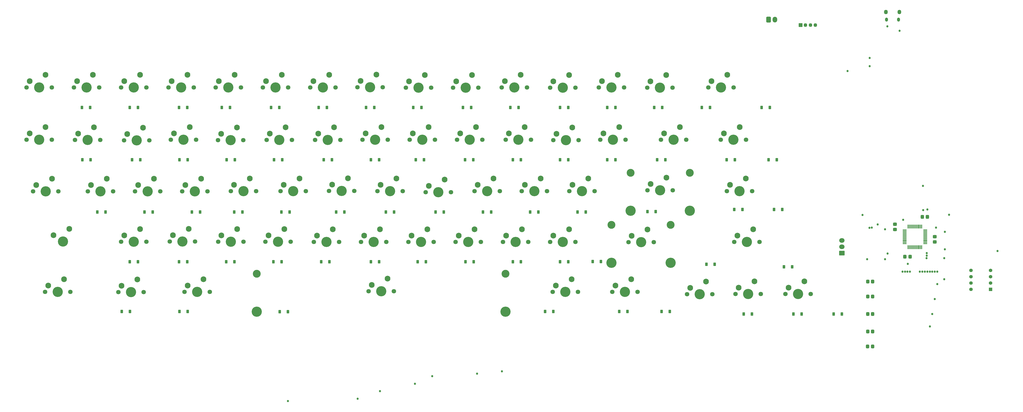
<source format=gbr>
%TF.GenerationSoftware,KiCad,Pcbnew,(6.0.4)*%
%TF.CreationDate,2023-03-10T15:04:03-05:00*%
%TF.ProjectId,main_board,6d61696e-5f62-46f6-9172-642e6b696361,v01*%
%TF.SameCoordinates,Original*%
%TF.FileFunction,Soldermask,Bot*%
%TF.FilePolarity,Negative*%
%FSLAX46Y46*%
G04 Gerber Fmt 4.6, Leading zero omitted, Abs format (unit mm)*
G04 Created by KiCad (PCBNEW (6.0.4)) date 2023-03-10 15:04:03*
%MOMM*%
%LPD*%
G01*
G04 APERTURE LIST*
G04 Aperture macros list*
%AMRoundRect*
0 Rectangle with rounded corners*
0 $1 Rounding radius*
0 $2 $3 $4 $5 $6 $7 $8 $9 X,Y pos of 4 corners*
0 Add a 4 corners polygon primitive as box body*
4,1,4,$2,$3,$4,$5,$6,$7,$8,$9,$2,$3,0*
0 Add four circle primitives for the rounded corners*
1,1,$1+$1,$2,$3*
1,1,$1+$1,$4,$5*
1,1,$1+$1,$6,$7*
1,1,$1+$1,$8,$9*
0 Add four rect primitives between the rounded corners*
20,1,$1+$1,$2,$3,$4,$5,0*
20,1,$1+$1,$4,$5,$6,$7,0*
20,1,$1+$1,$6,$7,$8,$9,0*
20,1,$1+$1,$8,$9,$2,$3,0*%
G04 Aperture macros list end*
%ADD10RoundRect,0.300800X-0.620000X-0.845000X0.620000X-0.845000X0.620000X0.845000X-0.620000X0.845000X0*%
%ADD11O,1.841600X2.291600*%
%ADD12C,1.801600*%
%ADD13C,4.101600*%
%ADD14C,2.301600*%
%ADD15RoundRect,0.050800X1.015000X0.865000X-1.015000X0.865000X-1.015000X-0.865000X1.015000X-0.865000X0*%
%ADD16O,2.131600X1.831600*%
%ADD17C,3.151600*%
%ADD18O,1.201600X1.601600*%
%ADD19O,1.451600X1.801600*%
%ADD20RoundRect,0.050800X0.675000X-0.675000X0.675000X0.675000X-0.675000X0.675000X-0.675000X-0.675000X0*%
%ADD21O,1.451600X1.451600*%
%ADD22RoundRect,0.050800X0.654000X0.654000X-0.654000X0.654000X-0.654000X-0.654000X0.654000X-0.654000X0*%
%ADD23C,1.409600*%
%ADD24RoundRect,0.300800X0.350000X0.450000X-0.350000X0.450000X-0.350000X-0.450000X0.350000X-0.450000X0*%
%ADD25RoundRect,0.050800X0.450000X0.600000X-0.450000X0.600000X-0.450000X-0.600000X0.450000X-0.600000X0*%
%ADD26RoundRect,0.300800X0.475000X-0.337500X0.475000X0.337500X-0.475000X0.337500X-0.475000X-0.337500X0*%
%ADD27RoundRect,0.125800X0.662500X0.075000X-0.662500X0.075000X-0.662500X-0.075000X0.662500X-0.075000X0*%
%ADD28RoundRect,0.125800X0.075000X0.662500X-0.075000X0.662500X-0.075000X-0.662500X0.075000X-0.662500X0*%
%ADD29RoundRect,0.300800X-0.337500X-0.475000X0.337500X-0.475000X0.337500X0.475000X-0.337500X0.475000X0*%
%ADD30RoundRect,0.300800X-0.475000X0.337500X-0.475000X-0.337500X0.475000X-0.337500X0.475000X0.337500X0*%
%ADD31RoundRect,0.300800X0.337500X0.475000X-0.337500X0.475000X-0.337500X-0.475000X0.337500X-0.475000X0*%
%ADD32C,0.863600*%
G04 APERTURE END LIST*
D10*
%TO.C,J2*%
X520192000Y-190520000D03*
D11*
X522732000Y-190520000D03*
%TD*%
D12*
%TO.C,SW51*%
X328120500Y-279818000D03*
X317960500Y-279818000D03*
D13*
X323040500Y-279818000D03*
D14*
X325580500Y-274738000D03*
X319230500Y-277278000D03*
%TD*%
D12*
%TO.C,SW59*%
X516580500Y-279898000D03*
D13*
X511500500Y-279898000D03*
D12*
X506420500Y-279898000D03*
D14*
X514040500Y-274818000D03*
X507690500Y-277358000D03*
%TD*%
D13*
%TO.C,SW49*%
X284580500Y-279738000D03*
D12*
X289660500Y-279738000D03*
X279500500Y-279738000D03*
D14*
X287120500Y-274658000D03*
X280770500Y-277198000D03*
%TD*%
D13*
%TO.C,SW38*%
X329095500Y-259498000D03*
D12*
X324015500Y-259498000D03*
X334175500Y-259498000D03*
D14*
X331635500Y-254418000D03*
X325285500Y-256958000D03*
%TD*%
D12*
%TO.C,SW65*%
X467580500Y-299898000D03*
X457420500Y-299898000D03*
D13*
X462500500Y-299898000D03*
D14*
X465040500Y-294818000D03*
X458690500Y-297358000D03*
%TD*%
D12*
%TO.C,SW62*%
X295580500Y-299898000D03*
X285420500Y-299898000D03*
D13*
X290500500Y-299898000D03*
D14*
X293040500Y-294818000D03*
X286690500Y-297358000D03*
%TD*%
D12*
%TO.C,SW25*%
X367120500Y-238818000D03*
X356960500Y-238818000D03*
D13*
X362040500Y-238818000D03*
D14*
X364580500Y-233738000D03*
X358230500Y-236278000D03*
%TD*%
D13*
%TO.C,SW4*%
X246040500Y-217818000D03*
D12*
X251120500Y-217818000D03*
X240960500Y-217818000D03*
D14*
X248580500Y-212738000D03*
X242230500Y-215278000D03*
%TD*%
D12*
%TO.C,SW7*%
X308120500Y-217818000D03*
D13*
X303040500Y-217818000D03*
D12*
X297960500Y-217818000D03*
D14*
X305580500Y-212738000D03*
X299230500Y-215278000D03*
%TD*%
D13*
%TO.C,SW23*%
X323500500Y-238898000D03*
D12*
X328580500Y-238898000D03*
X318420500Y-238898000D03*
D14*
X326040500Y-233818000D03*
X319690500Y-236358000D03*
%TD*%
D15*
%TO.C,SW2*%
X549665500Y-284368000D03*
D16*
X549665500Y-281828000D03*
X549665500Y-279288000D03*
%TD*%
D13*
%TO.C,SW41*%
X387500500Y-259898000D03*
D12*
X392580500Y-259898000D03*
X382420500Y-259898000D03*
D14*
X390040500Y-254818000D03*
X383690500Y-257358000D03*
%TD*%
D12*
%TO.C,SW27*%
X405120500Y-238818000D03*
D13*
X400040500Y-238818000D03*
D12*
X394960500Y-238818000D03*
D14*
X402580500Y-233738000D03*
X396230500Y-236278000D03*
%TD*%
D13*
%TO.C,SW36*%
X289620500Y-259578000D03*
D12*
X294700500Y-259578000D03*
X284540500Y-259578000D03*
D14*
X292160500Y-254498000D03*
X285810500Y-257038000D03*
%TD*%
D12*
%TO.C,SW3*%
X232120500Y-217818000D03*
X221960500Y-217818000D03*
D13*
X227040500Y-217818000D03*
D14*
X229580500Y-212738000D03*
X223230500Y-215278000D03*
%TD*%
D12*
%TO.C,SW48*%
X259960500Y-279818000D03*
X270120500Y-279818000D03*
D13*
X265040500Y-279818000D03*
D14*
X267580500Y-274738000D03*
X261230500Y-277278000D03*
%TD*%
D12*
%TO.C,SW29*%
X433678000Y-238938000D03*
X443838000Y-238938000D03*
D13*
X438758000Y-238938000D03*
D14*
X441298000Y-233858000D03*
X434948000Y-236398000D03*
%TD*%
D13*
%TO.C,SW19*%
X246500500Y-238898000D03*
D12*
X241420500Y-238898000D03*
X251580500Y-238898000D03*
D14*
X249040500Y-233818000D03*
X242690500Y-236358000D03*
%TD*%
D12*
%TO.C,SW45*%
X481726750Y-259098000D03*
D17*
X488546750Y-252098000D03*
D13*
X488546750Y-267338000D03*
D17*
X464746750Y-252098000D03*
D12*
X471566750Y-259098000D03*
D13*
X476646750Y-259098000D03*
X464746750Y-267338000D03*
D14*
X479186750Y-254018000D03*
X472836750Y-256558000D03*
%TD*%
D12*
%TO.C,SW60*%
X239580500Y-299898000D03*
X229420500Y-299898000D03*
D13*
X234500500Y-299898000D03*
D14*
X237040500Y-294818000D03*
X230690500Y-297358000D03*
%TD*%
D12*
%TO.C,SW31*%
X476960500Y-238818000D03*
X487120500Y-238818000D03*
D13*
X482040500Y-238818000D03*
D14*
X484580500Y-233738000D03*
X478230500Y-236278000D03*
%TD*%
D12*
%TO.C,SW54*%
X385580500Y-279898000D03*
X375420500Y-279898000D03*
D13*
X380500500Y-279898000D03*
D14*
X383040500Y-274818000D03*
X376690500Y-277358000D03*
%TD*%
D12*
%TO.C,SW52*%
X337420500Y-279898000D03*
X347580500Y-279898000D03*
D13*
X342500500Y-279898000D03*
D14*
X345040500Y-274818000D03*
X338690500Y-277358000D03*
%TD*%
D12*
%TO.C,SW34*%
X256700500Y-259578000D03*
D13*
X251620500Y-259578000D03*
D12*
X246540500Y-259578000D03*
D14*
X254160500Y-254498000D03*
X247810500Y-257038000D03*
%TD*%
D12*
%TO.C,SW37*%
X304080500Y-259498000D03*
X314240500Y-259498000D03*
D13*
X309160500Y-259498000D03*
D14*
X311700500Y-254418000D03*
X305350500Y-256958000D03*
%TD*%
D12*
%TO.C,SW33*%
X224540500Y-259578000D03*
X234700500Y-259578000D03*
D13*
X229620500Y-259578000D03*
D14*
X232160500Y-254498000D03*
X225810500Y-257038000D03*
%TD*%
D13*
%TO.C,SW12*%
X398500500Y-217898000D03*
D12*
X393420500Y-217898000D03*
X403580500Y-217898000D03*
D14*
X401040500Y-212818000D03*
X394690500Y-215358000D03*
%TD*%
D13*
%TO.C,SW47*%
X236580500Y-279738000D03*
D14*
X239120500Y-274658000D03*
X232770500Y-277198000D03*
%TD*%
D18*
%TO.C,J1*%
X572493000Y-190507500D03*
X567653000Y-190507500D03*
D19*
X567343000Y-187507500D03*
X572803000Y-187507500D03*
%TD*%
D12*
%TO.C,SW57*%
X442580500Y-279898000D03*
X432420500Y-279898000D03*
D13*
X437500500Y-279898000D03*
D14*
X440040500Y-274818000D03*
X433690500Y-277358000D03*
%TD*%
D12*
%TO.C,SW26*%
X375960500Y-238818000D03*
X386120500Y-238818000D03*
D13*
X381040500Y-238818000D03*
D14*
X383580500Y-233738000D03*
X377230500Y-236278000D03*
%TD*%
D12*
%TO.C,SW20*%
X261158000Y-239018000D03*
X271318000Y-239018000D03*
D13*
X266238000Y-239018000D03*
D14*
X268778000Y-233938000D03*
X262428000Y-236478000D03*
%TD*%
D12*
%TO.C,SW17*%
X495960500Y-217818000D03*
X506120500Y-217818000D03*
D13*
X501040500Y-217818000D03*
D14*
X503580500Y-212738000D03*
X497230500Y-215278000D03*
%TD*%
D12*
%TO.C,SW28*%
X424720500Y-238818000D03*
X414560500Y-238818000D03*
D13*
X419640500Y-238818000D03*
D14*
X422180500Y-233738000D03*
X415830500Y-236278000D03*
%TD*%
D13*
%TO.C,SW53*%
X361500500Y-279898000D03*
D12*
X356420500Y-279898000D03*
X366580500Y-279898000D03*
D14*
X364040500Y-274818000D03*
X357690500Y-277358000D03*
%TD*%
D12*
%TO.C,SW11*%
X374420500Y-217898000D03*
D13*
X379500500Y-217898000D03*
D12*
X384580500Y-217898000D03*
D14*
X382040500Y-212818000D03*
X375690500Y-215358000D03*
%TD*%
D12*
%TO.C,SW56*%
X423580500Y-279898000D03*
X413420500Y-279898000D03*
D13*
X418500500Y-279898000D03*
D14*
X421040500Y-274818000D03*
X414690500Y-277358000D03*
%TD*%
D12*
%TO.C,SW39*%
X343555500Y-259418000D03*
X353715500Y-259418000D03*
D13*
X348635500Y-259418000D03*
D14*
X351175500Y-254338000D03*
X344825500Y-256878000D03*
%TD*%
D12*
%TO.C,SW30*%
X452560500Y-238818000D03*
D13*
X457640500Y-238818000D03*
D12*
X462720500Y-238818000D03*
D14*
X460180500Y-233738000D03*
X453830500Y-236278000D03*
%TD*%
D20*
%TO.C,U1*%
X533048000Y-192722500D03*
D21*
X535048000Y-192722500D03*
X537048000Y-192722500D03*
X539048000Y-192722500D03*
%TD*%
D13*
%TO.C,SW61*%
X263960500Y-299978000D03*
D12*
X269040500Y-299978000D03*
X258880500Y-299978000D03*
D14*
X266500500Y-294898000D03*
X260150500Y-297438000D03*
%TD*%
D13*
%TO.C,SW64*%
X438500500Y-299898000D03*
D12*
X443580500Y-299898000D03*
X433420500Y-299898000D03*
D14*
X441040500Y-294818000D03*
X434690500Y-297358000D03*
%TD*%
D13*
%TO.C,SW63*%
X314500500Y-307898000D03*
D17*
X414500500Y-292658000D03*
D13*
X414500500Y-307898000D03*
D12*
X359420500Y-299658000D03*
X369580500Y-299658000D03*
D13*
X364500500Y-299658000D03*
D17*
X314500500Y-292658000D03*
D14*
X367040500Y-294578000D03*
X360690500Y-297118000D03*
%TD*%
D13*
%TO.C,SW5*%
X265040500Y-217818000D03*
D12*
X270120500Y-217818000D03*
X259960500Y-217818000D03*
D14*
X267580500Y-212738000D03*
X261230500Y-215278000D03*
%TD*%
D12*
%TO.C,SW22*%
X309058000Y-238978000D03*
D13*
X303978000Y-238978000D03*
D12*
X298898000Y-238978000D03*
D14*
X306518000Y-233898000D03*
X300168000Y-236438000D03*
%TD*%
D22*
%TO.C,U4*%
X609479500Y-298888000D03*
D23*
X609479500Y-296348000D03*
X609479500Y-293808000D03*
X609479500Y-291268000D03*
X601609500Y-291268000D03*
X601609500Y-293808000D03*
X601609500Y-296348000D03*
X601609500Y-298888000D03*
%TD*%
D12*
%TO.C,SW8*%
X316960500Y-217818000D03*
D13*
X322040500Y-217818000D03*
D12*
X327120500Y-217818000D03*
D14*
X324580500Y-212738000D03*
X318230500Y-215278000D03*
%TD*%
D13*
%TO.C,SW68*%
X532040500Y-300818000D03*
D12*
X537120500Y-300818000D03*
X526960500Y-300818000D03*
D14*
X534580500Y-295738000D03*
X528230500Y-298278000D03*
%TD*%
D12*
%TO.C,SW9*%
X346120500Y-217818000D03*
X335960500Y-217818000D03*
D13*
X341040500Y-217818000D03*
D14*
X343580500Y-212738000D03*
X337230500Y-215278000D03*
%TD*%
D13*
%TO.C,SW44*%
X445160500Y-259498000D03*
D12*
X440080500Y-259498000D03*
X450240500Y-259498000D03*
D14*
X447700500Y-254418000D03*
X441350500Y-256958000D03*
%TD*%
D13*
%TO.C,SW58*%
X480860500Y-288218000D03*
X468960500Y-279978000D03*
D17*
X480860500Y-272978000D03*
D13*
X457060500Y-288218000D03*
D12*
X474040500Y-279978000D03*
D17*
X457060500Y-272978000D03*
D12*
X463880500Y-279978000D03*
D14*
X471500500Y-274898000D03*
X465150500Y-277438000D03*
%TD*%
D13*
%TO.C,SW21*%
X285040500Y-238818000D03*
D12*
X290120500Y-238818000D03*
X279960500Y-238818000D03*
D14*
X287580500Y-233738000D03*
X281230500Y-236278000D03*
%TD*%
D12*
%TO.C,SW14*%
X432420500Y-217898000D03*
X442580500Y-217898000D03*
D13*
X437500500Y-217898000D03*
D14*
X440040500Y-212818000D03*
X433690500Y-215358000D03*
%TD*%
D13*
%TO.C,SW67*%
X512040500Y-300818000D03*
D12*
X517120500Y-300818000D03*
X506960500Y-300818000D03*
D14*
X514580500Y-295738000D03*
X508230500Y-298278000D03*
%TD*%
D12*
%TO.C,SW16*%
X481580500Y-217898000D03*
X471420500Y-217898000D03*
D13*
X476500500Y-217898000D03*
D14*
X479040500Y-212818000D03*
X472690500Y-215358000D03*
%TD*%
D12*
%TO.C,SW15*%
X462120500Y-217818000D03*
X451960500Y-217818000D03*
D13*
X457040500Y-217818000D03*
D14*
X459580500Y-212738000D03*
X453230500Y-215278000D03*
%TD*%
D12*
%TO.C,SW18*%
X221960500Y-238818000D03*
D13*
X227040500Y-238818000D03*
D12*
X232120500Y-238818000D03*
D14*
X229580500Y-233738000D03*
X223230500Y-236278000D03*
%TD*%
D12*
%TO.C,SW13*%
X423120500Y-217818000D03*
X412960500Y-217818000D03*
D13*
X418040500Y-217818000D03*
D14*
X420580500Y-212738000D03*
X414230500Y-215278000D03*
%TD*%
D13*
%TO.C,SW42*%
X407106750Y-259498000D03*
D12*
X412186750Y-259498000D03*
X402026750Y-259498000D03*
D14*
X409646750Y-254418000D03*
X403296750Y-256958000D03*
%TD*%
D12*
%TO.C,SW55*%
X394420500Y-279898000D03*
X404580500Y-279898000D03*
D13*
X399500500Y-279898000D03*
D14*
X402040500Y-274818000D03*
X395690500Y-277358000D03*
%TD*%
D12*
%TO.C,SW35*%
X265540500Y-259578000D03*
D13*
X270620500Y-259578000D03*
D12*
X275700500Y-259578000D03*
D14*
X273160500Y-254498000D03*
X266810500Y-257038000D03*
%TD*%
D13*
%TO.C,SW43*%
X426106750Y-259498000D03*
D12*
X421026750Y-259498000D03*
X431186750Y-259498000D03*
D14*
X428646750Y-254418000D03*
X422296750Y-256958000D03*
%TD*%
D13*
%TO.C,SW10*%
X360040500Y-217738000D03*
D12*
X365120500Y-217738000D03*
X354960500Y-217738000D03*
D14*
X362580500Y-212658000D03*
X356230500Y-215198000D03*
%TD*%
D12*
%TO.C,SW40*%
X373186750Y-259498000D03*
X363026750Y-259498000D03*
D13*
X368106750Y-259498000D03*
D14*
X370646750Y-254418000D03*
X364296750Y-256958000D03*
%TD*%
D12*
%TO.C,SW66*%
X497580500Y-300898000D03*
D13*
X492500500Y-300898000D03*
D12*
X487420500Y-300898000D03*
D14*
X495040500Y-295818000D03*
X488690500Y-298358000D03*
%TD*%
D12*
%TO.C,SW32*%
X500960500Y-238818000D03*
D13*
X506040500Y-238818000D03*
D12*
X511120500Y-238818000D03*
D14*
X508580500Y-233738000D03*
X502230500Y-236278000D03*
%TD*%
D12*
%TO.C,SW24*%
X337960500Y-238898000D03*
D13*
X343040500Y-238898000D03*
D12*
X348120500Y-238898000D03*
D14*
X345580500Y-233818000D03*
X339230500Y-236358000D03*
%TD*%
D12*
%TO.C,SW50*%
X298960500Y-279818000D03*
X309120500Y-279818000D03*
D13*
X304040500Y-279818000D03*
D14*
X306580500Y-274738000D03*
X300230500Y-277278000D03*
%TD*%
D12*
%TO.C,SW6*%
X289120500Y-217818000D03*
D13*
X284040500Y-217818000D03*
D12*
X278960500Y-217818000D03*
D14*
X286580500Y-212738000D03*
X280230500Y-215278000D03*
%TD*%
D13*
%TO.C,SW46*%
X508500500Y-259498000D03*
D12*
X513580500Y-259498000D03*
X503420500Y-259498000D03*
D14*
X511040500Y-254418000D03*
X504690500Y-256958000D03*
%TD*%
D24*
%TO.C,R24*%
X562078000Y-295818000D03*
X560078000Y-295818000D03*
%TD*%
D25*
%TO.C,D46*%
X286500500Y-287818000D03*
X283200500Y-287818000D03*
%TD*%
%TO.C,D29*%
X506690500Y-246818000D03*
X503390500Y-246818000D03*
%TD*%
%TO.C,D55*%
X452815500Y-287698000D03*
X449515500Y-287698000D03*
%TD*%
D24*
%TO.C,R28*%
X562040500Y-321818000D03*
X560040500Y-321818000D03*
%TD*%
D25*
%TO.C,D50*%
X363690500Y-287818000D03*
X360390500Y-287818000D03*
%TD*%
%TO.C,D6*%
X342690500Y-225818000D03*
X339390500Y-225818000D03*
%TD*%
%TO.C,D9*%
X400690500Y-225818000D03*
X397390500Y-225818000D03*
%TD*%
%TO.C,D14*%
X496690500Y-225818000D03*
X493390500Y-225818000D03*
%TD*%
%TO.C,D11*%
X439690500Y-225818000D03*
X436390500Y-225818000D03*
%TD*%
%TO.C,D58*%
X263500500Y-307818000D03*
X260200500Y-307818000D03*
%TD*%
D26*
%TO.C,C9*%
X587040500Y-279855500D03*
X587040500Y-277780500D03*
%TD*%
D25*
%TO.C,D21*%
X344690500Y-246818000D03*
X341390500Y-246818000D03*
%TD*%
%TO.C,D60*%
X327038000Y-307848000D03*
X323738000Y-307848000D03*
%TD*%
%TO.C,D22*%
X363690500Y-246818000D03*
X360390500Y-246818000D03*
%TD*%
%TO.C,D15*%
X520690500Y-225818000D03*
X517390500Y-225818000D03*
%TD*%
%TO.C,D52*%
X401690500Y-287818000D03*
X398390500Y-287818000D03*
%TD*%
%TO.C,D2*%
X266690500Y-225818000D03*
X263390500Y-225818000D03*
%TD*%
D24*
%TO.C,R27*%
X562078000Y-315818000D03*
X560078000Y-315818000D03*
%TD*%
D25*
%TO.C,D7*%
X361690500Y-225818000D03*
X358390500Y-225818000D03*
%TD*%
%TO.C,D28*%
X478690500Y-246818000D03*
X475390500Y-246818000D03*
%TD*%
%TO.C,D49*%
X343690500Y-287818000D03*
X340390500Y-287818000D03*
%TD*%
%TO.C,D39*%
X408690500Y-267818000D03*
X405390500Y-267818000D03*
%TD*%
D24*
%TO.C,R26*%
X562078000Y-308818000D03*
X560078000Y-308818000D03*
%TD*%
D25*
%TO.C,D64*%
X513500500Y-308818000D03*
X510200500Y-308818000D03*
%TD*%
%TO.C,D41*%
X446690500Y-267818000D03*
X443390500Y-267818000D03*
%TD*%
%TO.C,D32*%
X272690500Y-267818000D03*
X269390500Y-267818000D03*
%TD*%
%TO.C,D18*%
X286690500Y-246818000D03*
X283390500Y-246818000D03*
%TD*%
%TO.C,D44*%
X525690500Y-266818000D03*
X522390500Y-266818000D03*
%TD*%
%TO.C,D62*%
X463500500Y-307818000D03*
X460200500Y-307818000D03*
%TD*%
%TO.C,D8*%
X380690500Y-225818000D03*
X377390500Y-225818000D03*
%TD*%
%TO.C,D56*%
X498500500Y-288818000D03*
X495200500Y-288818000D03*
%TD*%
%TO.C,D35*%
X327690500Y-267818000D03*
X324390500Y-267818000D03*
%TD*%
%TO.C,D57*%
X529690500Y-289818000D03*
X526390500Y-289818000D03*
%TD*%
%TO.C,D10*%
X419690500Y-225818000D03*
X416390500Y-225818000D03*
%TD*%
%TO.C,D19*%
X305690500Y-246818000D03*
X302390500Y-246818000D03*
%TD*%
%TO.C,D38*%
X389690500Y-267818000D03*
X386390500Y-267818000D03*
%TD*%
%TO.C,D63*%
X480500500Y-307818000D03*
X477200500Y-307818000D03*
%TD*%
%TO.C,D26*%
X439690500Y-246818000D03*
X436390500Y-246818000D03*
%TD*%
%TO.C,D54*%
X439690500Y-287818000D03*
X436390500Y-287818000D03*
%TD*%
%TO.C,D20*%
X324690500Y-246818000D03*
X321390500Y-246818000D03*
%TD*%
%TO.C,D33*%
X291690500Y-267818000D03*
X288390500Y-267818000D03*
%TD*%
%TO.C,D37*%
X369690500Y-267818000D03*
X366390500Y-267818000D03*
%TD*%
%TO.C,D13*%
X477500500Y-225818000D03*
X474200500Y-225818000D03*
%TD*%
%TO.C,D48*%
X324500500Y-287818000D03*
X321200500Y-287818000D03*
%TD*%
%TO.C,D27*%
X458690500Y-246818000D03*
X455390500Y-246818000D03*
%TD*%
%TO.C,D16*%
X247690500Y-246818000D03*
X244390500Y-246818000D03*
%TD*%
D27*
%TO.C,MCU1*%
X583203000Y-275068000D03*
X583203000Y-275568000D03*
X583203000Y-276068000D03*
X583203000Y-276568000D03*
X583203000Y-277068000D03*
X583203000Y-277568000D03*
X583203000Y-278068000D03*
X583203000Y-278568000D03*
X583203000Y-279068000D03*
X583203000Y-279568000D03*
X583203000Y-280068000D03*
X583203000Y-280568000D03*
D28*
X581790500Y-281980500D03*
X581290500Y-281980500D03*
X580790500Y-281980500D03*
X580290500Y-281980500D03*
X579790500Y-281980500D03*
X579290500Y-281980500D03*
X578790500Y-281980500D03*
X578290500Y-281980500D03*
X577790500Y-281980500D03*
X577290500Y-281980500D03*
X576790500Y-281980500D03*
X576290500Y-281980500D03*
D27*
X574878000Y-280568000D03*
X574878000Y-280068000D03*
X574878000Y-279568000D03*
X574878000Y-279068000D03*
X574878000Y-278568000D03*
X574878000Y-278068000D03*
X574878000Y-277568000D03*
X574878000Y-277068000D03*
X574878000Y-276568000D03*
X574878000Y-276068000D03*
X574878000Y-275568000D03*
X574878000Y-275068000D03*
D28*
X576290500Y-273655500D03*
X576790500Y-273655500D03*
X577290500Y-273655500D03*
X577790500Y-273655500D03*
X578290500Y-273655500D03*
X578790500Y-273655500D03*
X579290500Y-273655500D03*
X579790500Y-273655500D03*
X580290500Y-273655500D03*
X580790500Y-273655500D03*
X581290500Y-273655500D03*
X581790500Y-273655500D03*
%TD*%
D25*
%TO.C,D24*%
X401500500Y-246818000D03*
X398200500Y-246818000D03*
%TD*%
%TO.C,D30*%
X523500500Y-246818000D03*
X520200500Y-246818000D03*
%TD*%
%TO.C,D65*%
X533500500Y-308818000D03*
X530200500Y-308818000D03*
%TD*%
%TO.C,D12*%
X458690500Y-225818000D03*
X455390500Y-225818000D03*
%TD*%
%TO.C,D51*%
X382500500Y-287818000D03*
X379200500Y-287818000D03*
%TD*%
%TO.C,D53*%
X420690500Y-287818000D03*
X417390500Y-287818000D03*
%TD*%
%TO.C,D3*%
X286500500Y-225818000D03*
X283200500Y-225818000D03*
%TD*%
D24*
%TO.C,R25*%
X562078000Y-301818000D03*
X560078000Y-301818000D03*
%TD*%
D29*
%TO.C,C8*%
X575003000Y-285818000D03*
X577078000Y-285818000D03*
%TD*%
D25*
%TO.C,D42*%
X474855500Y-267708000D03*
X471555500Y-267708000D03*
%TD*%
%TO.C,D40*%
X427690500Y-267818000D03*
X424390500Y-267818000D03*
%TD*%
%TO.C,D25*%
X420690500Y-246818000D03*
X417390500Y-246818000D03*
%TD*%
%TO.C,D31*%
X253690500Y-267818000D03*
X250390500Y-267818000D03*
%TD*%
%TO.C,D59*%
X286690500Y-307818000D03*
X283390500Y-307818000D03*
%TD*%
%TO.C,D43*%
X509690500Y-266818000D03*
X506390500Y-266818000D03*
%TD*%
%TO.C,D61*%
X433690500Y-307818000D03*
X430390500Y-307818000D03*
%TD*%
%TO.C,D34*%
X308690500Y-267818000D03*
X305390500Y-267818000D03*
%TD*%
%TO.C,D47*%
X305500500Y-287818000D03*
X302200500Y-287818000D03*
%TD*%
%TO.C,D17*%
X267690500Y-246818000D03*
X264390500Y-246818000D03*
%TD*%
%TO.C,D4*%
X303690500Y-225818000D03*
X300390500Y-225818000D03*
%TD*%
D30*
%TO.C,C6*%
X571040500Y-272780500D03*
X571040500Y-274855500D03*
%TD*%
D25*
%TO.C,D23*%
X381690500Y-246818000D03*
X378390500Y-246818000D03*
%TD*%
%TO.C,D36*%
X349690500Y-267818000D03*
X346390500Y-267818000D03*
%TD*%
%TO.C,D66*%
X549690500Y-308818000D03*
X546390500Y-308818000D03*
%TD*%
%TO.C,D1*%
X247500500Y-225818000D03*
X244200500Y-225818000D03*
%TD*%
%TO.C,D45*%
X266690500Y-287818000D03*
X263390500Y-287818000D03*
%TD*%
D31*
%TO.C,C7*%
X584078000Y-269818000D03*
X582003000Y-269818000D03*
%TD*%
D25*
%TO.C,D5*%
X323500500Y-225818000D03*
X320200500Y-225818000D03*
%TD*%
D32*
X612270500Y-283518000D03*
X560898000Y-209240000D03*
X551988000Y-211220000D03*
X560868000Y-205920000D03*
X567040500Y-274818000D03*
X592770500Y-268968000D03*
X582300500Y-257308000D03*
X582350500Y-267048000D03*
X591040500Y-275818000D03*
X572898000Y-195040000D03*
X567988000Y-193250000D03*
X587562384Y-274148000D03*
X588040500Y-296818000D03*
X588040500Y-291818000D03*
X587040500Y-291818000D03*
X587040500Y-302818000D03*
X586040500Y-308818000D03*
X586040500Y-291818000D03*
X585040500Y-291818000D03*
X585040500Y-313818000D03*
X574300500Y-270978000D03*
X584040500Y-291818000D03*
X583040500Y-291818000D03*
X413040500Y-331818000D03*
X582040500Y-291818000D03*
X581040500Y-291818000D03*
X577040500Y-291818000D03*
X576040500Y-291818000D03*
X575040500Y-291818000D03*
X557990500Y-269008000D03*
X568040500Y-284498000D03*
X559830500Y-286798000D03*
X567040500Y-286818000D03*
X560770500Y-274188000D03*
X561744868Y-274146873D03*
X327040500Y-343818000D03*
X355040500Y-342818000D03*
X364040500Y-339818000D03*
X378040500Y-336818000D03*
X385040500Y-333818000D03*
X403040500Y-332818000D03*
X584040500Y-266818000D03*
X564040500Y-272818000D03*
X576210500Y-288648000D03*
X591040500Y-282818000D03*
X574040500Y-291818000D03*
X583808880Y-284349620D03*
X590812500Y-294824000D03*
X583788998Y-285384631D03*
X583756637Y-286393322D03*
X590810500Y-286398000D03*
M02*

</source>
